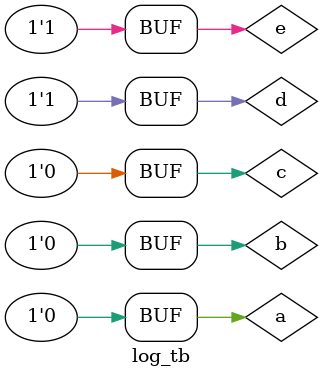
<source format=sv>
module log_tb;
    reg a, b, c, d, e;  
    wire Y;         
    log uut (a,b,c,d,e,Y);
    initial begin
        a = 0; b = 0; c = 0; d = 0; e = 0;
        #10;
        a = 0; b = 0; c = 0; d = 0; e = 1;
        #10;
        a = 0; b = 0; c = 0; d = 1; e = 0;
        #10;
        a = 0; b = 0; c = 0; d = 1; e = 1;
        #10;
    end	
endmodule

</source>
